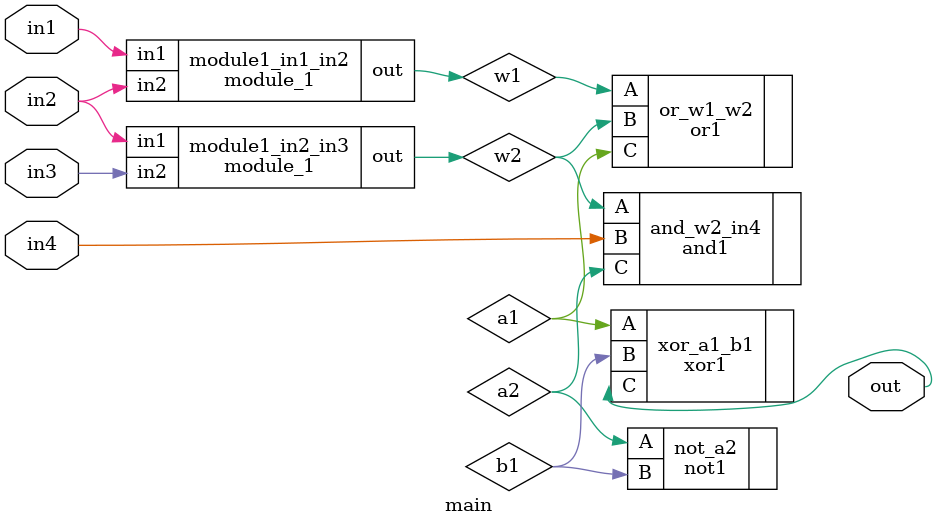
<source format=v>
module module_1 (in1, in2, out);
	input in1;
	input in2;
	output out;
	wire w;

	reg1 in1_reg ( .N(in1), .O(w));
	and1 and_in2_w ( .A(w), .B(in2), .C(out));
endmodule

module main (in1, in2, in3, in4, out);
	input in1;
	input in2;
	input in3;
	input in4;
	output out;
	
	wire w1, w2, a1, a2, b1;

	module_1 module1_in1_in2 ( .in1(in1), .in2(in2), .out(w1));
	module_1 module1_in2_in3 ( .in1(in2), .in2(in3), .out(w2));

	or1 or_w1_w2 ( .A(w1), .B(w2), .C(a1));
	and1 and_w2_in4 ( .A(w2), .B(in4), .C(a2));
	not1 not_a2 ( .A(a2), .B(b1));

	xor1 xor_a1_b1 ( .A(a1), .B(b1), .C(out));
endmodule
</source>
